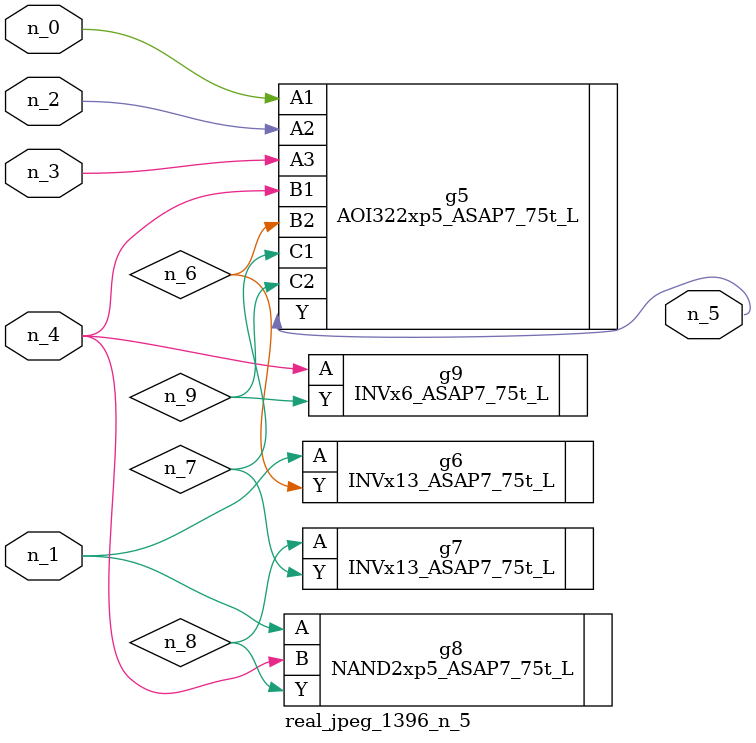
<source format=v>
module real_jpeg_1396_n_5 (n_4, n_0, n_1, n_2, n_3, n_5);

input n_4;
input n_0;
input n_1;
input n_2;
input n_3;

output n_5;

wire n_8;
wire n_6;
wire n_7;
wire n_9;

AOI322xp5_ASAP7_75t_L g5 ( 
.A1(n_0),
.A2(n_2),
.A3(n_3),
.B1(n_4),
.B2(n_6),
.C1(n_7),
.C2(n_9),
.Y(n_5)
);

INVx13_ASAP7_75t_L g6 ( 
.A(n_1),
.Y(n_6)
);

NAND2xp5_ASAP7_75t_L g8 ( 
.A(n_1),
.B(n_4),
.Y(n_8)
);

INVx6_ASAP7_75t_L g9 ( 
.A(n_4),
.Y(n_9)
);

INVx13_ASAP7_75t_L g7 ( 
.A(n_8),
.Y(n_7)
);


endmodule
</source>
